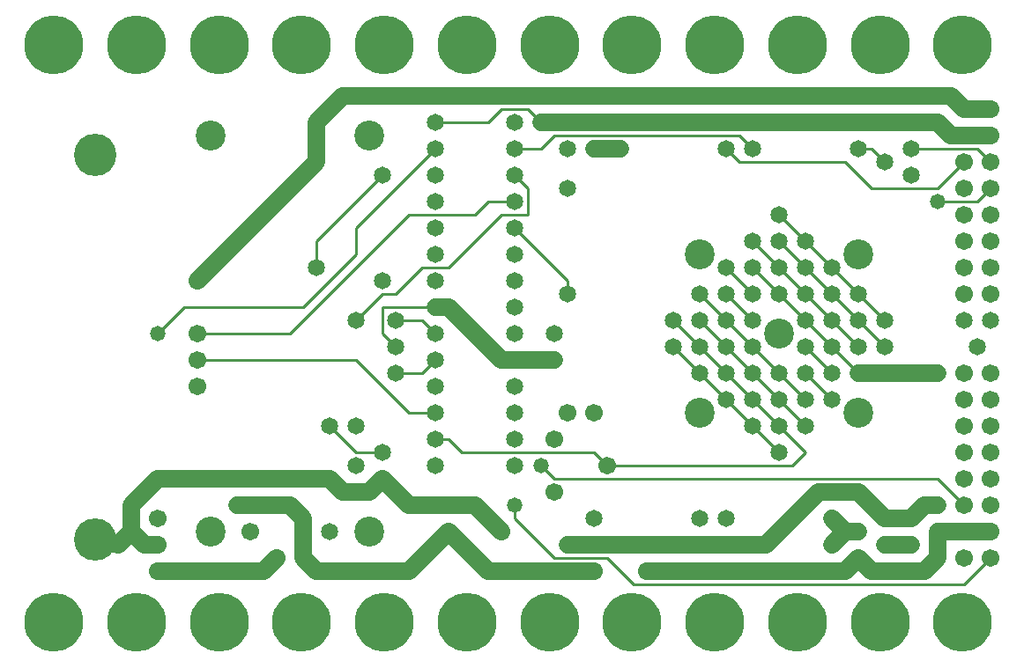
<source format=gbl>
%MOIN*%
%FSLAX25Y25*%
G04 D10 used for Character Trace; *
G04     Circle (OD=.01000) (No hole)*
G04 D11 used for Power Trace; *
G04     Circle (OD=.06700) (No hole)*
G04 D12 used for Signal Trace; *
G04     Circle (OD=.01100) (No hole)*
G04 D13 used for Via; *
G04     Circle (OD=.05800) (Round. Hole ID=.02800)*
G04 D14 used for Component hole; *
G04     Circle (OD=.06500) (Round. Hole ID=.03500)*
G04 D15 used for Component hole; *
G04     Circle (OD=.06700) (Round. Hole ID=.04300)*
G04 D16 used for Component hole; *
G04     Circle (OD=.08100) (Round. Hole ID=.05100)*
G04 D17 used for Component hole; *
G04     Circle (OD=.08900) (Round. Hole ID=.05900)*
G04 D18 used for Component hole; *
G04     Circle (OD=.11300) (Round. Hole ID=.08300)*
G04 D19 used for Component hole; *
G04     Circle (OD=.16000) (Round. Hole ID=.13000)*
G04 D20 used for Component hole; *
G04     Circle (OD=.18300) (Round. Hole ID=.15300)*
G04 D21 used for Component hole; *
G04     Circle (OD=.22291) (Round. Hole ID=.19291)*
%ADD10C,.01000*%
%ADD11C,.06700*%
%ADD12C,.01100*%
%ADD13C,.05800*%
%ADD14C,.06500*%
%ADD15C,.06700*%
%ADD16C,.08100*%
%ADD17C,.08900*%
%ADD18C,.11300*%
%ADD19C,.16000*%
%ADD20C,.18300*%
%ADD21C,.22291*%
%IPPOS*%
%LPD*%
G90*X0Y0D02*D21*X15625Y15625D03*D11*              
X31250Y47200D02*X40000Y45000D01*D19*              
X31250Y47200D03*D11*X40000Y45000D02*              
X45000Y50000D01*X50000Y45000D01*X55000D01*D15*D03*
D11*X45000Y50000D02*Y60000D01*X55000Y70000D01*    
X120000D01*X125000Y65000D01*X135000D01*           
X140000Y70000D01*D14*D03*D11*X150000Y60000D01*    
X175000D01*X185000Y50000D01*D15*D03*D12*          
X205000Y40000D02*X190000Y55000D01*                
X205000Y40000D02*X225000D01*X235000Y30000D01*     
X360000D01*X370000Y40000D01*D15*D03*              
X360000Y50000D03*D11*X350000D01*D14*D03*D11*      
Y40000D01*X345000Y35000D01*X325000D01*            
X320000Y40000D01*D14*D03*D11*X315000Y35000D01*    
X250000D01*D14*D03*D11*X240000D01*D15*D03*D14*    
X250000Y45000D03*D11*X230000D01*D15*D03*D11*      
X210000D01*D14*D03*D15*X220000Y35000D03*D11*      
X210000D01*D14*D03*D11*X180000D01*                
X165000Y50000D01*D15*D03*D11*X150000Y35000D01*    
X115000D01*X110000Y40000D01*Y50000D01*D15*D03*D11*
Y55000D01*X105000Y60000D01*X85000D01*D13*D03*D18* 
X75000Y50000D03*D15*X90000D03*X100000Y40000D03*   
D11*X95000Y35000D01*X55000D01*D15*D03*D21*        
X46875Y15625D03*D15*X55000Y55000D03*D21*          
X78125Y15625D03*X109375D03*D14*X120000Y50000D03*  
Y90000D03*D12*X130000Y80000D01*X140000D01*D14*D03*
X130000Y90000D03*Y75000D03*D12*X150000Y95000D02*  
X160000D01*D14*D03*Y105000D03*D12*                
X150000Y95000D02*X130000Y115000D01*X70000D01*D15* 
D03*Y125000D03*D12*X105000D01*X150000Y170000D01*  
X175000D01*X180000Y175000D01*X190000D01*D14*D03*  
D12*X185000Y170000D02*X195000D01*                 
X165000Y150000D02*X185000Y170000D01*              
X155000Y150000D02*X165000D01*X145000Y140000D02*   
X155000Y150000D01*X140000Y140000D02*X145000D01*   
X130000Y130000D02*X140000Y140000D01*D14*          
X130000Y130000D03*D12*X145000Y120000D02*          
X140000Y125000D01*D14*X145000Y120000D03*D12*      
X140000Y125000D02*Y135000D01*X160000D01*D14*D03*  
D11*X165000D01*X185000Y115000D01*X190000D01*D14*  
D03*D11*X205000D01*D14*D03*Y125000D03*X190000D03* 
Y105000D03*Y95000D03*D15*X210000D03*D14*          
X190000Y135000D03*D15*X220000Y95000D03*D14*       
X210000Y140000D03*D12*Y145000D01*                 
X190000Y165000D01*D14*D03*D12*X195000Y170000D02*  
Y180000D01*X190000Y185000D01*D14*D03*D12*         
Y195000D02*X200000D01*D14*X190000D03*D13*         
X200000Y205000D03*D11*X350000D01*                 
X355000Y200000D01*X360000D01*D15*D03*D11*         
X370000D01*D15*D03*D12*Y190000D02*                
X365000Y195000D01*D15*X370000Y190000D03*D12*      
X340000Y195000D02*X365000D01*D14*X340000D03*      
Y185000D03*X330000Y190000D03*D12*                 
X325000Y195000D01*X320000D01*D14*D03*D12*         
X325000Y180000D02*X315000Y190000D01*              
X325000Y180000D02*X350000D01*X360000Y190000D01*   
D15*D03*X370000Y180000D03*D12*X365000Y175000D01*  
X350000D01*D13*D03*D15*X360000Y170000D03*         
Y180000D03*Y160000D03*X370000D03*Y170000D03*      
X360000Y150000D03*X370000D03*D18*                 
X320000Y155000D03*D14*Y140000D03*D12*             
X330000Y130000D01*D14*D03*D12*X320000Y140000D02*  
X310000Y150000D01*D14*D03*D12*X300000Y160000D01*  
D14*D03*D12*X290000Y170000D01*D14*D03*            
X280000Y160000D03*D12*X290000Y150000D01*D14*D03*  
D12*X300000Y140000D01*D14*D03*D12*                
X310000Y130000D01*D14*D03*D12*X320000Y120000D01*  
D14*D03*X310000Y110000D03*D12*X300000Y120000D01*  
D14*D03*X290000Y110000D03*D12*X300000Y100000D01*  
D14*D03*D12*X290000Y110000D02*X280000Y120000D01*  
D14*D03*D12*X270000Y130000D01*D14*D03*D12*        
X260000Y140000D01*D14*D03*X270000Y150000D03*D12*  
X280000Y140000D01*D14*D03*X290000D03*D12*         
X300000Y130000D01*D14*D03*D12*X310000Y120000D01*  
D14*D03*D12*X320000Y110000D01*D14*D03*D11*        
X350000D01*D13*D03*D15*X360000Y100000D03*         
Y110000D03*D14*X365000Y120000D03*D15*             
X370000Y90000D03*D14*Y130000D03*D15*Y100000D03*   
D14*X360000Y130000D03*X330000Y120000D03*D12*      
X320000Y130000D01*D14*D03*D12*X310000Y140000D01*  
D14*D03*D12*X300000Y150000D01*D14*D03*D12*        
X290000Y160000D01*D14*D03*X280000Y150000D03*D12*  
X290000Y140000D01*D14*X280000Y130000D03*D12*      
X270000Y140000D01*D14*D03*X260000Y130000D03*D12*  
X270000Y120000D01*D14*D03*D12*X280000Y110000D01*  
D14*D03*D12*X290000Y100000D01*D14*D03*D12*        
X300000Y90000D01*D14*D03*X310000Y100000D03*D12*   
X300000Y110000D01*D14*D03*D18*X290000Y125000D03*  
D14*X280000Y90000D03*D12*X290000Y80000D01*D14*D03*
D12*X225000Y75000D02*X295000D01*D15*X225000D03*   
D12*X220000Y80000D01*X170000D01*X165000Y85000D01* 
X160000D01*D14*D03*Y75000D03*D12*                 
X145000Y110000D02*X155000D01*D14*X145000D03*D12*  
X155000D02*X160000Y115000D01*D14*D03*Y125000D03*  
D12*X155000Y130000D01*X145000D01*D14*D03*         
X160000Y145000D03*X140000D03*X160000Y155000D03*   
D12*X110000Y135000D02*X130000Y155000D01*          
X65000Y135000D02*X110000D01*X55000Y125000D02*     
X65000Y135000D01*D13*X55000Y125000D03*D15*        
X70000Y145000D03*D11*X115000Y190000D01*D14*D03*   
D11*Y205000D01*X125000Y215000D01*X180000D01*D13*  
D03*D11*X230000D01*D13*D03*D11*X355000D01*        
X360000Y210000D01*D15*D03*D11*X370000D01*D15*D03* 
D21*X359375Y234375D03*X328125D03*D12*             
X275000Y190000D02*X315000D01*X275000D02*          
X270000Y195000D01*D14*D03*D12*X280000D02*         
X275000Y200000D01*D14*X280000Y195000D03*D12*      
X205000Y200000D02*X275000D01*X200000Y195000D02*   
X205000Y200000D01*D14*X190000Y205000D03*          
X210000Y195000D03*D12*X200000Y205000D02*          
X195000Y210000D01*X185000D01*X180000Y205000D01*   
X160000D01*D14*D03*Y195000D03*D12*                
X130000Y165000D01*Y155000D01*X115000Y150000D02*   
Y160000D01*D14*Y150000D03*D12*Y160000D02*         
X140000Y185000D01*D14*D03*D18*X135000Y200000D03*  
D14*X160000Y165000D03*Y175000D03*Y185000D03*      
X190000Y145000D03*Y155000D03*D21*                 
X171875Y234375D03*X140625D03*X109375D03*X78125D03*
D18*X75000Y200000D03*D21*X203125Y234375D03*D14*   
X210000Y180000D03*D15*X70000Y105000D03*D14*       
X220000Y195000D03*D11*X230000D01*D14*D03*D21*     
X265625Y234375D03*X234375D03*D18*                 
X260000Y155000D03*D14*X250000Y130000D03*D12*      
X260000Y120000D01*D14*D03*D12*X270000Y110000D01*  
D14*D03*D12*X280000Y100000D01*D14*D03*D12*        
X290000Y90000D01*D14*D03*D12*X300000Y80000D01*    
X295000Y75000D01*D11*X285000Y45000D02*            
X305000Y65000D01*X270000Y45000D02*X285000D01*D14* 
X270000D03*D11*X250000D01*D14*X260000Y55000D03*   
X270000D03*D21*X234375Y15625D03*D14*              
X220000Y55000D03*D21*X265625Y15625D03*D15*        
X205000Y85000D03*D21*X296875Y15625D03*D12*        
X280000Y90000D02*X270000Y100000D01*D14*D03*D12*   
X260000Y110000D01*D14*D03*D12*X250000Y120000D01*  
D14*D03*D18*X260000Y95000D03*D12*X205000Y70000D02*
X350000D01*X360000Y60000D01*D15*D03*              
X370000Y50000D03*D11*X360000D01*D15*              
X370000Y60000D03*D14*X350000D03*D11*X345000D01*   
X340000Y55000D01*D14*D03*D11*X330000D01*          
X320000Y65000D01*X305000D01*D14*X310000Y55000D03* 
D11*X315000Y50000D01*X310000Y45000D01*D14*D03*D11*
X315000Y50000D02*X320000D01*D14*D03*              
X330000Y45000D03*D11*X340000D01*D14*D03*D15*      
X360000Y40000D03*Y70000D03*D21*X328125Y15625D03*  
X359375D03*D15*X370000Y70000D03*Y80000D03*        
X360000D03*Y90000D03*D18*X320000Y95000D03*D15*    
X370000Y110000D03*Y140000D03*X360000D03*D12*      
X205000Y70000D02*X200000Y75000D01*D13*D03*D14*    
X190000Y85000D03*Y75000D03*D15*X205000Y65000D03*  
D13*X190000Y60000D03*D12*Y55000D01*D21*           
X171875Y15625D03*X203125D03*X140625D03*D18*       
X135000Y50000D03*D19*X31250Y192800D03*D21*        
X296875Y234375D03*X46875D03*X15625D03*M02*        

</source>
